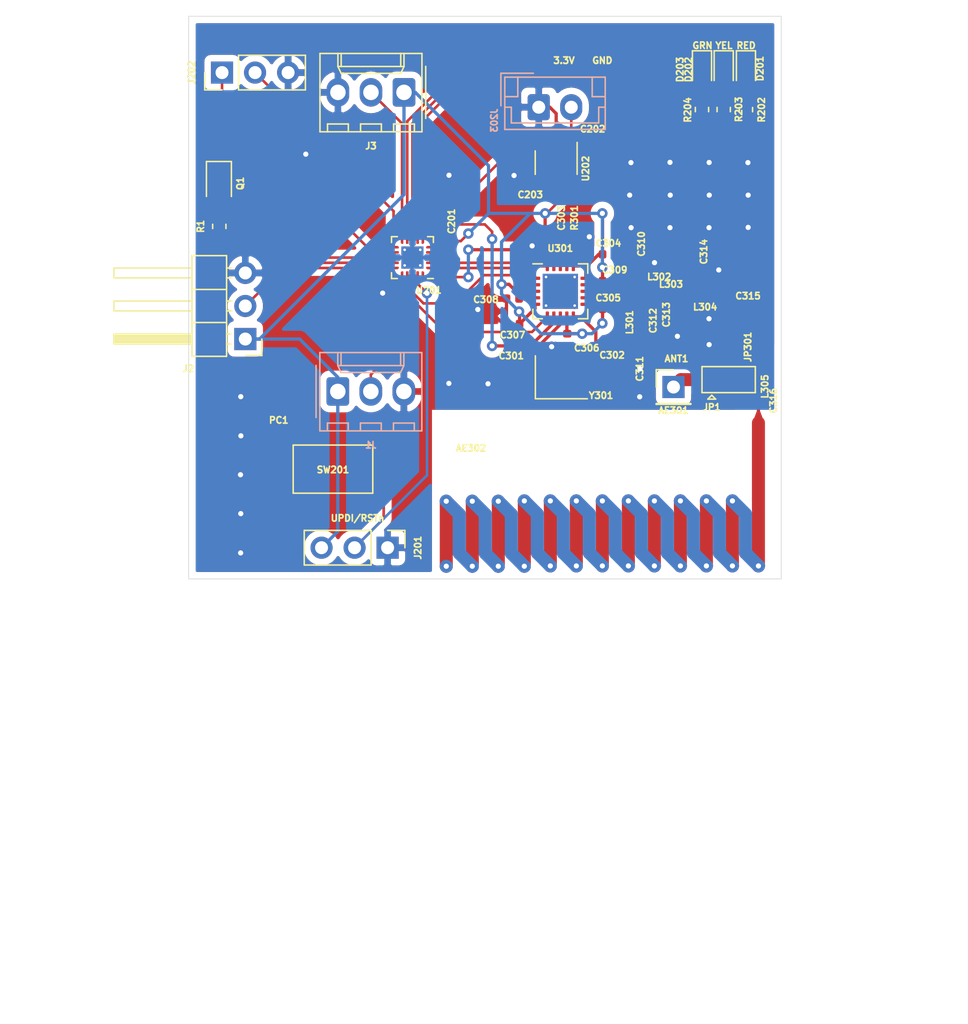
<source format=kicad_pcb>
(kicad_pcb (version 20171130) (host pcbnew 5.1.5+dfsg1-2build2)
  (layers (0 F.Cu signal) (31 B.Cu signal) (34 B.Paste user) (35 F.Paste user) (36 B.SilkS user) (37 F.SilkS user) (38 B.Mask user) (39 F.Mask user) (44 Edge.Cuts user))
  (net 0 "")
  (net 1 GND)
  (net 2 "Net-(AE301-Pad1)")
  (net 3 "Net-(AE302-Pad1)")
  (net 4 "Net-(C311-Pad1)")
  (net 5 "Net-(C312-Pad1)")
  (net 6 "Net-(C313-Pad1)")
  (net 7 "Net-(C314-Pad2)")
  (net 8 "Net-(C315-Pad2)")
  (net 9 "Net-(C316-Pad2)")
  (net 10 "Net-(D201-Pad2)")
  (net 11 "Net-(D202-Pad2)")
  (net 12 "Net-(D203-Pad2)")
  (net 13 "Net-(R301-Pad2)")
  (net 14 +3V0)
  (net 15 /ATTINY1606/PWR_MONITOR)
  (net 16 /CC110L/Q1)
  (net 17 /CC110L/Q2)
  (net 18 /CC110L/RFN)
  (net 19 /CC110L/RFP)
  (net 20 /ATTINY1606/PIR_1)
  (net 21 /ATTINY1606/PIR_2)
  (net 22 /ATTINY1606/PIR_3)
  (net 23 /ATTINY1606/RESETn_UPDI)
  (net 24 /ATTINY1606/RXD)
  (net 25 /ATTINY1606/TXD)
  (net 26 /ATTINY1606/TO_PHOTOTRANS)
  (net 27 /ATTINY1606/ALS)
  (net 28 /ATTINY1606/RED)
  (net 29 /ATTINY1606/YELLOW)
  (net 30 /ATTINY1606/GREEN)
  (net 31 /ATTINY1606/MOSI)
  (net 32 /ATTINY1606/GDO2)
  (net 33 /ATTINY1606/GDO0)
  (net 34 /ATTINY1606/SCK)
  (net 35 /ATTINY1606/MISO)
  (net 36 /ATTINY1606/CSn)
  (module Package_DFN_QFN:VQFN-20-1EP_3x3mm_P0.4mm_EP1.7x1.7mm_ThermalVias (layer F.Cu) (at 138.2 127.3 180)
    (fp_text reference U201 (at -1.26 -2.51) (layer F.SilkS) (effects (font (size 0.5 0.5) (thickness 0.125))))
    (fp_text value ATtiny1606-M)
    (pad 21 smd rect (at 0 0 180) (size 1.7 1.7) (layers B.Cu) (net 1 GND))
    (pad 21 thru_hole circle (at 0.6 0.6 180) (size 0.5 0.5) (drill 0.2) (layers *.Cu) (net 1 GND))
    (pad 21 thru_hole circle (at -0.6 0.6 180) (size 0.5 0.5) (drill 0.2) (layers *.Cu) (net 1 GND))
    (pad 21 thru_hole circle (at 0.6 -0.6 180) (size 0.5 0.5) (drill 0.2) (layers *.Cu) (net 1 GND))
    (pad 21 thru_hole circle (at -0.6 -0.6 180) (size 0.5 0.5) (drill 0.2) (layers *.Cu) (net 1 GND))
    (pad 21 smd rect (at 0 0 180) (size 1.7 1.7) (layers F.Cu F.Mask) (net 1 GND))
    (pad 20 smd custom (at -0.8 -1.45 180) (size 0.143431 0.143431) (layers F.Cu F.Paste F.Mask) (net 31 /ATTINY1606/MOSI) (options (clearance outline) (anchor circle)) (primitives (gr_poly (pts (xy -0.05 -0.35) (xy 0.05 -0.35) (xy 0.05 0.35) (xy 0.000711 0.35) (xy -0.05 0.299289)) (width 0.1))))
    (pad 19 smd roundrect (at -0.4 -1.45 180) (size 0.2 0.8) (layers F.Cu F.Paste F.Mask) (net 23 /ATTINY1606/RESETn_UPDI))
    (pad 18 smd roundrect (at 0 -1.45 180) (size 0.2 0.8) (layers F.Cu F.Paste F.Mask) (net 32 /ATTINY1606/GDO2))
    (pad 17 smd roundrect (at 0.4 -1.45 180) (size 0.2 0.8) (layers F.Cu F.Paste F.Mask) (net 33 /ATTINY1606/GDO0))
    (pad 16 smd custom (at 0.8 -1.45 180) (size 0.143431 0.143431) (layers F.Cu F.Paste F.Mask) (net 20 /ATTINY1606/PIR_1) (options (clearance outline) (anchor circle)) (primitives (gr_poly (pts (xy -0.05 -0.35) (xy 0.05 -0.35) (xy 0.05 0.299289) (xy -0.000711 0.35) (xy -0.05 0.35)) (width 0.1))))
    (pad 15 smd custom (at 1.45 -0.8 180) (size 0.143431 0.143431) (layers F.Cu F.Paste F.Mask) (net 21 /ATTINY1606/PIR_2) (options (clearance outline) (anchor circle)) (primitives (gr_poly (pts (xy -0.35 0.000711) (xy -0.299289 -0.05) (xy 0.35 -0.05) (xy 0.35 0.05) (xy -0.35 0.05)) (width 0.1))))
    (pad 14 smd roundrect (at 1.45 -0.4 180) (size 0.8 0.2) (layers F.Cu F.Paste F.Mask) (net 27 /ATTINY1606/ALS))
    (pad 13 smd roundrect (at 1.45 0 180) (size 0.8 0.2) (layers F.Cu F.Paste F.Mask) (net 26 /ATTINY1606/TO_PHOTOTRANS))
    (pad 12 smd roundrect (at 1.45 0.4 180) (size 0.8 0.2) (layers F.Cu F.Paste F.Mask) (net 25 /ATTINY1606/TXD))
    (pad 11 smd custom (at 1.45 0.8 180) (size 0.143431 0.143431) (layers F.Cu F.Paste F.Mask) (net 24 /ATTINY1606/RXD) (options (clearance outline) (anchor circle)) (primitives (gr_poly (pts (xy -0.35 -0.05) (xy 0.35 -0.05) (xy 0.35 0.05) (xy -0.299289 0.05) (xy -0.35 -0.000711)) (width 0.1))))
    (pad 10 smd custom (at 0.8 1.45 180) (size 0.143431 0.143431) (layers F.Cu F.Paste F.Mask) (net 22 /ATTINY1606/PIR_3) (options (clearance outline) (anchor circle)) (primitives (gr_poly (pts (xy -0.05 -0.35) (xy -0.000711 -0.35) (xy 0.05 -0.299289) (xy 0.05 0.35) (xy -0.05 0.35)) (width 0.1))))
    (pad 9 smd roundrect (at 0.4 1.45 180) (size 0.2 0.8) (layers F.Cu F.Paste F.Mask) (net 30 /ATTINY1606/GREEN))
    (pad 8 smd roundrect (at 0 1.45 180) (size 0.2 0.8) (layers F.Cu F.Paste F.Mask) (net 29 /ATTINY1606/YELLOW))
    (pad 7 smd roundrect (at -0.4 1.45 180) (size 0.2 0.8) (layers F.Cu F.Paste F.Mask) (net 28 /ATTINY1606/RED))
    (pad 6 smd custom (at -0.8 1.45 180) (size 0.143431 0.143431) (layers F.Cu F.Paste F.Mask) (net 15 /ATTINY1606/PWR_MONITOR) (options (clearance outline) (anchor circle)) (primitives (gr_poly (pts (xy -0.05 -0.299289) (xy 0.000711 -0.35) (xy 0.05 -0.35) (xy 0.05 0.35) (xy -0.05 0.35)) (width 0.1))))
    (pad 5 smd custom (at -1.45 0.8 180) (size 0.143431 0.143431) (layers F.Cu F.Paste F.Mask) (net 36 /ATTINY1606/CSn) (options (clearance outline) (anchor circle)) (primitives (gr_poly (pts (xy -0.35 -0.05) (xy 0.35 -0.05) (xy 0.35 -0.000711) (xy 0.299289 0.05) (xy -0.35 0.05)) (width 0.1))))
    (pad 4 smd roundrect (at -1.45 0.4 180) (size 0.8 0.2) (layers F.Cu F.Paste F.Mask) (net 14 +3V0))
    (pad 3 smd roundrect (at -1.45 0 180) (size 0.8 0.2) (layers F.Cu F.Paste F.Mask) (net 1 GND))
    (pad 2 smd roundrect (at -1.45 -0.4 180) (size 0.8 0.2) (layers F.Cu F.Paste F.Mask) (net 34 /ATTINY1606/SCK))
    (pad 1 smd custom (at -1.45 -0.8 180) (size 0.143431 0.143431) (layers F.Cu F.Paste F.Mask) (net 35 /ATTINY1606/MISO) (options (clearance outline) (anchor circle)) (primitives (gr_poly (pts (xy -0.35 -0.05) (xy 0.299289 -0.05) (xy 0.35 0.000711) (xy 0.35 0.05) (xy -0.35 0.05)) (width 0.1))))
  )
  (module Package_DFN_QFN:QFN-20-1EP_4x4mm_P0.5mm_EP2.7x2.7mm_ThermalVias (layer F.Cu) (at 149.57 129.89)
    (fp_text reference U301 (at 0 -3.3) (layer F.SilkS) (effects (font (size 0.5 0.5) (thickness 0.125))))
    (fp_text value CC110L)
    (pad 21 smd rect (at 0 0) (size 2.7 2.7) (layers B.Cu))
    (pad 21 thru_hole circle (at 1.1 1.1) (size 0.5 0.5) (drill 0.2) (layers *.Cu))
    (pad 21 thru_hole circle (at -1.1 1.1) (size 0.5 0.5) (drill 0.2) (layers *.Cu))
    (pad 21 thru_hole circle (at 1.1 -1.1) (size 0.5 0.5) (drill 0.2) (layers *.Cu))
    (pad 21 thru_hole circle (at -1.1 -1.1) (size 0.5 0.5) (drill 0.2) (layers *.Cu))
    (pad 21 smd rect (at 0 0) (size 2.7 2.7) (layers F.Cu F.Mask))
    (pad 20 smd roundrect (at -1 -1.95) (size 0.25 0.8) (layers F.Cu F.Paste F.Mask) (net 31 /ATTINY1606/MOSI))
    (pad 19 smd roundrect (at -0.5 -1.95) (size 0.25 0.8) (layers F.Cu F.Paste F.Mask) (net 1 GND))
    (pad 18 smd roundrect (at 0 -1.95) (size 0.25 0.8) (layers F.Cu F.Paste F.Mask) (net 14 +3V0))
    (pad 17 smd roundrect (at 0.5 -1.95) (size 0.25 0.8) (layers F.Cu F.Paste F.Mask) (net 13 "Net-(R301-Pad2)"))
    (pad 16 smd roundrect (at 1 -1.95) (size 0.25 0.8) (layers F.Cu F.Paste F.Mask) (net 1 GND))
    (pad 15 smd roundrect (at 1.95 -1) (size 0.8 0.25) (layers F.Cu F.Paste F.Mask) (net 14 +3V0))
    (pad 14 smd roundrect (at 1.95 -0.5) (size 0.8 0.25) (layers F.Cu F.Paste F.Mask) (net 14 +3V0))
    (pad 13 smd roundrect (at 1.95 0) (size 0.8 0.25) (layers F.Cu F.Paste F.Mask) (net 18 /CC110L/RFN))
    (pad 12 smd roundrect (at 1.95 0.5) (size 0.8 0.25) (layers F.Cu F.Paste F.Mask) (net 19 /CC110L/RFP))
    (pad 11 smd roundrect (at 1.95 1) (size 0.8 0.25) (layers F.Cu F.Paste F.Mask) (net 14 +3V0))
    (pad 10 smd roundrect (at 1 1.95) (size 0.25 0.8) (layers F.Cu F.Paste F.Mask) (net 17 /CC110L/Q2))
    (pad 9 smd roundrect (at 0.5 1.95) (size 0.25 0.8) (layers F.Cu F.Paste F.Mask) (net 14 +3V0))
    (pad 8 smd roundrect (at 0 1.95) (size 0.25 0.8) (layers F.Cu F.Paste F.Mask) (net 16 /CC110L/Q1))
    (pad 7 smd roundrect (at -0.5 1.95) (size 0.25 0.8) (layers F.Cu F.Paste F.Mask) (net 36 /ATTINY1606/CSn))
    (pad 6 smd roundrect (at -1 1.95) (size 0.25 0.8) (layers F.Cu F.Paste F.Mask) (net 33 /ATTINY1606/GDO0))
    (pad 5 smd roundrect (at -1.95 1) (size 0.8 0.25) (layers F.Cu F.Paste F.Mask) (net 14 +3V0))
    (pad 4 smd roundrect (at -1.95 0.5) (size 0.8 0.25) (layers F.Cu F.Paste F.Mask) (net 14 +3V0))
    (pad 3 smd roundrect (at -1.95 0) (size 0.8 0.25) (layers F.Cu F.Paste F.Mask) (net 32 /ATTINY1606/GDO2))
    (pad 2 smd roundrect (at -1.95 -0.5) (size 0.8 0.25) (layers F.Cu F.Paste F.Mask) (net 35 /ATTINY1606/MISO))
    (pad 1 smd roundrect (at -1.95 -1) (size 0.8 0.25) (layers F.Cu F.Paste F.Mask) (net 34 /ATTINY1606/SCK))
  )
  (module Connector_PinHeader_2.54mm:PinHeader_1x03_P2.54mm_Vertical (layer F.Cu) (at 123.56 113.08 90)
    (fp_text reference J202 (at 0 -2.33 90) (layer F.SilkS) (effects (font (size 0.5 0.5) (thickness 0.125))))
    (fp_text value Conn_01x03)
    (pad 3 thru_hole oval (at 0 5.08 90) (size 1.7 1.7) (drill 1) (layers *.Cu *.Mask) (net 1 GND))
    (pad 2 thru_hole oval (at 0 2.54 90) (size 1.7 1.7) (drill 1) (layers *.Cu *.Mask) (net 24 /ATTINY1606/RXD))
    (pad 1 thru_hole rect (at 0 0 90) (size 1.7 1.7) (drill 1) (layers *.Cu *.Mask) (net 25 /ATTINY1606/TXD))
  )
  (module Connector_PinHeader_2.54mm:PinHeader_1x03_P2.54mm_Vertical (layer F.Cu) (at 136.29 149.6 270)
    (fp_text reference J201 (at 0 -2.33 90) (layer F.SilkS) (effects (font (size 0.5 0.5) (thickness 0.125))))
    (fp_text value Conn_01x03)
    (pad 3 thru_hole oval (at 0 5.08 270) (size 1.7 1.7) (drill 1) (layers *.Cu *.Mask) (net 14 +3V0))
    (pad 2 thru_hole oval (at 0 2.54 270) (size 1.7 1.7) (drill 1) (layers *.Cu *.Mask) (net 23 /ATTINY1606/RESETn_UPDI))
    (pad 1 thru_hole rect (at 0 0 270) (size 1.7 1.7) (drill 1) (layers *.Cu *.Mask) (net 1 GND))
  )
  (module Capacitor_SMD:C_0402_1005Metric (layer F.Cu) (at 149.165 122.46 180)
    (fp_text reference C203 (at 1.905 -0.01) (layer F.SilkS) (effects (font (size 0.5 0.5) (thickness 0.125))))
    (fp_text value "0.1uF, 10V")
    (pad 2 smd roundrect (at 0.485 0 180) (size 0.59 0.64) (layers F.Cu F.Paste F.Mask) (net 1 GND))
    (pad 1 smd roundrect (at -0.485 0 180) (size 0.59 0.64) (layers F.Cu F.Paste F.Mask) (net 14 +3V0))
  )
  (module Capacitor_SMD:C_0402_1005Metric (layer F.Cu) (at 152.055 118.59)
    (fp_text reference C202 (at 0 -1.17) (layer F.SilkS) (effects (font (size 0.5 0.5) (thickness 0.125))))
    (fp_text value "0.1uF, 10V")
    (pad 2 smd roundrect (at 0.485 0) (size 0.59 0.64) (layers F.Cu F.Paste F.Mask) (net 1 GND))
    (pad 1 smd roundrect (at -0.485 0) (size 0.59 0.64) (layers F.Cu F.Paste F.Mask) (net 15 /ATTINY1606/PWR_MONITOR))
  )
  (module Connector_PinHeader_2.54mm:PinHeader_1x01_P2.54mm_Vertical (layer F.Cu) (at 158.27 137.25)
    (fp_text reference AE301 (at 0 1.8) (layer F.SilkS) (effects (font (size 0.5 0.5) (thickness 0.125))))
    (fp_text value Antenna)
    (pad 1 thru_hole rect (at 0 0) (size 1.7 1.7) (drill 1) (layers *.Cu *.Mask) (net 2 "Net-(AE301-Pad1)"))
  )
  (module Capacitor_SMD:C_0402_1005Metric (layer F.Cu) (at 146.365 135.7 180)
    (fp_text reference C301 (at 0.565 0.85) (layer F.SilkS) (effects (font (size 0.5 0.5) (thickness 0.125))))
    (fp_text value 12pF)
    (pad 2 smd roundrect (at 0.485 0 180) (size 0.59 0.64) (layers F.Cu F.Paste F.Mask) (net 1 GND))
    (pad 1 smd roundrect (at -0.485 0 180) (size 0.59 0.64) (layers F.Cu F.Paste F.Mask) (net 16 /CC110L/Q1))
  )
  (module Capacitor_SMD:C_0402_1005Metric (layer F.Cu) (at 152.785 135.7)
    (fp_text reference C302 (at 0.765 -0.9) (layer F.SilkS) (effects (font (size 0.5 0.5) (thickness 0.125))))
    (fp_text value 15pF)
    (pad 1 smd roundrect (at -0.485 0) (size 0.59 0.64) (layers F.Cu F.Paste F.Mask) (net 17 /CC110L/Q2))
    (pad 2 smd roundrect (at 0.485 0) (size 0.59 0.64) (layers F.Cu F.Paste F.Mask) (net 1 GND))
  )
  (module Capacitor_SMD:C_0402_1005Metric (layer F.Cu) (at 149.6 126.215 90)
    (fp_text reference C303 (at 1.965 0.05 90) (layer F.SilkS) (effects (font (size 0.5 0.5) (thickness 0.125))))
    (fp_text value 0.1uF)
    (pad 2 smd roundrect (at 0.485 0 90) (size 0.59 0.64) (layers F.Cu F.Paste F.Mask) (net 1 GND))
    (pad 1 smd roundrect (at -0.485 0 90) (size 0.59 0.64) (layers F.Cu F.Paste F.Mask) (net 14 +3V0))
  )
  (module Capacitor_SMD:C_0402_1005Metric (layer F.Cu) (at 153.3 127.05)
    (fp_text reference C304 (at -0.025 -0.85) (layer F.SilkS) (effects (font (size 0.5 0.5) (thickness 0.125))))
    (fp_text value 0.1uF)
    (pad 2 smd roundrect (at 0.485 0) (size 0.59 0.64) (layers F.Cu F.Paste F.Mask) (net 1 GND))
    (pad 1 smd roundrect (at -0.485 0) (size 0.59 0.64) (layers F.Cu F.Paste F.Mask) (net 14 +3V0))
  )
  (module Capacitor_SMD:C_0402_1005Metric (layer F.Cu) (at 153.3 131.25)
    (fp_text reference C305 (at -0.05 -0.85) (layer F.SilkS) (effects (font (size 0.5 0.5) (thickness 0.125))))
    (fp_text value 0.1uF)
    (pad 1 smd roundrect (at -0.485 0) (size 0.59 0.64) (layers F.Cu F.Paste F.Mask) (net 14 +3V0))
    (pad 2 smd roundrect (at 0.485 0) (size 0.59 0.64) (layers F.Cu F.Paste F.Mask) (net 1 GND))
  )
  (module Capacitor_SMD:C_0402_1005Metric (layer F.Cu) (at 150.1 133.635 270)
    (fp_text reference C306 (at 0.615 -1.5 180) (layer F.SilkS) (effects (font (size 0.5 0.5) (thickness 0.125))))
    (fp_text value 0.1uF)
    (pad 1 smd roundrect (at -0.485 0 270) (size 0.59 0.64) (layers F.Cu F.Paste F.Mask) (net 14 +3V0))
    (pad 2 smd roundrect (at 0.485 0 270) (size 0.59 0.64) (layers F.Cu F.Paste F.Mask) (net 1 GND))
  )
  (module Capacitor_SMD:C_0402_1005Metric (layer F.Cu) (at 145.95 132.4 180)
    (fp_text reference C307 (at 0.05 -0.85) (layer F.SilkS) (effects (font (size 0.5 0.5) (thickness 0.125))))
    (fp_text value 0.1uF)
    (pad 2 smd roundrect (at 0.485 0 180) (size 0.59 0.64) (layers F.Cu F.Paste F.Mask) (net 1 GND))
    (pad 1 smd roundrect (at -0.485 0 180) (size 0.59 0.64) (layers F.Cu F.Paste F.Mask) (net 14 +3V0))
  )
  (module Capacitor_SMD:C_0402_1005Metric (layer F.Cu) (at 145.915 130.45 180)
    (fp_text reference C308 (at 2.065 -0.075) (layer F.SilkS) (effects (font (size 0.5 0.5) (thickness 0.125))))
    (fp_text value 0.1uF)
    (pad 2 smd roundrect (at 0.485 0 180) (size 0.59 0.64) (layers F.Cu F.Paste F.Mask) (net 1 GND))
    (pad 1 smd roundrect (at -0.485 0 180) (size 0.59 0.64) (layers F.Cu F.Paste F.Mask) (net 14 +3V0))
  )
  (module Capacitor_SMD:C_0402_1005Metric (layer F.Cu) (at 153.3 129.1)
    (fp_text reference C309 (at 0.45 -0.85) (layer F.SilkS) (effects (font (size 0.5 0.5) (thickness 0.125))))
    (fp_text value 0.1uF)
    (pad 2 smd roundrect (at 0.485 0) (size 0.59 0.64) (layers F.Cu F.Paste F.Mask) (net 1 GND))
    (pad 1 smd roundrect (at -0.485 0) (size 0.59 0.64) (layers F.Cu F.Paste F.Mask) (net 14 +3V0))
  )
  (module Capacitor_SMD:C_0402_1005Metric (layer F.Cu) (at 155.7 128.175 270)
    (fp_text reference C310 (at -1.925 -0.1 90) (layer F.SilkS) (effects (font (size 0.5 0.5) (thickness 0.125))))
    (fp_text value 3.9pF)
    (pad 1 smd roundrect (at -0.485 0 270) (size 0.59 0.64) (layers F.Cu F.Paste F.Mask) (net 1 GND))
    (pad 2 smd roundrect (at 0.485 0 270) (size 0.59 0.64) (layers F.Cu F.Paste F.Mask) (net 18 /CC110L/RFN))
  )
  (module Capacitor_SMD:C_0402_1005Metric (layer F.Cu) (at 155.7 134.15 270)
    (fp_text reference C311 (at 1.7 0.025 90) (layer F.SilkS) (effects (font (size 0.5 0.5) (thickness 0.125))))
    (fp_text value 220pF)
    (pad 2 smd roundrect (at 0.485 0 270) (size 0.59 0.64) (layers F.Cu F.Paste F.Mask) (net 1 GND))
    (pad 1 smd roundrect (at -0.485 0 270) (size 0.59 0.64) (layers F.Cu F.Paste F.Mask) (net 4 "Net-(C311-Pad1)"))
  )
  (module Capacitor_SMD:C_0402_1005Metric (layer F.Cu) (at 156.16 130.66 180)
    (fp_text reference C312 (at -0.54 -1.49 270) (layer F.SilkS) (effects (font (size 0.5 0.5) (thickness 0.125))))
    (fp_text value 3.9pF)
    (pad 1 smd roundrect (at -0.485 0 180) (size 0.59 0.64) (layers F.Cu F.Paste F.Mask) (net 5 "Net-(C312-Pad1)"))
    (pad 2 smd roundrect (at 0.485 0 180) (size 0.59 0.64) (layers F.Cu F.Paste F.Mask) (net 19 /CC110L/RFP))
  )
  (module Capacitor_SMD:C_0402_1005Metric (layer F.Cu) (at 158.56 131.68 270)
    (fp_text reference C313 (at 0.01 0.84 90) (layer F.SilkS) (effects (font (size 0.5 0.5) (thickness 0.125))))
    (fp_text value 8.2pF)
    (pad 1 smd roundrect (at -0.485 0 270) (size 0.59 0.64) (layers F.Cu F.Paste F.Mask) (net 6 "Net-(C313-Pad1)"))
    (pad 2 smd roundrect (at 0.485 0 270) (size 0.59 0.64) (layers F.Cu F.Paste F.Mask) (net 1 GND))
  )
  (module Capacitor_SMD:C_0402_1005Metric (layer F.Cu) (at 160.52 128.74 270)
    (fp_text reference C314 (at -1.89 -0.08 90) (layer F.SilkS) (effects (font (size 0.5 0.5) (thickness 0.125))))
    (fp_text value 5.6pF)
    (pad 2 smd roundrect (at 0.485 0 270) (size 0.59 0.64) (layers F.Cu F.Paste F.Mask) (net 7 "Net-(C314-Pad2)"))
    (pad 1 smd roundrect (at -0.485 0 270) (size 0.59 0.64) (layers F.Cu F.Paste F.Mask) (net 1 GND))
  )
  (module Capacitor_SMD:C_0402_1005Metric (layer F.Cu) (at 162.02 130.2)
    (fp_text reference C315 (at 1.98 0.05) (layer F.SilkS) (effects (font (size 0.5 0.5) (thickness 0.125))))
    (fp_text value 220pF)
    (pad 2 smd roundrect (at 0.485 0) (size 0.59 0.64) (layers F.Cu F.Paste F.Mask) (net 8 "Net-(C315-Pad2)"))
    (pad 1 smd roundrect (at -0.485 0) (size 0.59 0.64) (layers F.Cu F.Paste F.Mask) (net 7 "Net-(C314-Pad2)"))
  )
  (module Capacitor_SMD:C_0402_1005Metric (layer F.Cu) (at 164.3 138.5 180)
    (fp_text reference C316 (at -1.65 0.2 90) (layer F.SilkS) (effects (font (size 0.5 0.5) (thickness 0.125))))
    (fp_text value "0.9 pF")
    (pad 1 smd roundrect (at -0.485 0 180) (size 0.59 0.64) (layers F.Cu F.Paste F.Mask) (net 3 "Net-(AE302-Pad1)"))
    (pad 2 smd roundrect (at 0.485 0 180) (size 0.59 0.64) (layers F.Cu F.Paste F.Mask) (net 9 "Net-(C316-Pad2)"))
  )
  (module Inductor_SMD:L_0402_1005Metric (layer F.Cu) (at 155.7 132.2 90)
    (fp_text reference L301 (at -0.075 -0.8 90) (layer F.SilkS) (effects (font (size 0.5 0.5) (thickness 0.125))))
    (fp_text value 27nH)
    (pad 1 smd roundrect (at -0.485 0 90) (size 0.59 0.64) (layers F.Cu F.Paste F.Mask) (net 4 "Net-(C311-Pad1)"))
    (pad 2 smd roundrect (at 0.485 0 90) (size 0.59 0.64) (layers F.Cu F.Paste F.Mask) (net 19 /CC110L/RFP))
  )
  (module Inductor_SMD:L_0402_1005Metric (layer F.Cu) (at 156.16 129.65)
    (fp_text reference L302 (at 1.01 -0.87) (layer F.SilkS) (effects (font (size 0.5 0.5) (thickness 0.125))))
    (fp_text value 27nH)
    (pad 2 smd roundrect (at 0.485 0) (size 0.59 0.64) (layers F.Cu F.Paste F.Mask) (net 5 "Net-(C312-Pad1)"))
    (pad 1 smd roundrect (at -0.485 0) (size 0.59 0.64) (layers F.Cu F.Paste F.Mask) (net 18 /CC110L/RFN))
  )
  (module Inductor_SMD:L_0402_1005Metric (layer F.Cu) (at 158.09 130.2 180)
    (fp_text reference L303 (at 0.015 0.85) (layer F.SilkS) (effects (font (size 0.5 0.5) (thickness 0.125))))
    (fp_text value 22nH)
    (pad 1 smd roundrect (at -0.485 0 180) (size 0.59 0.64) (layers F.Cu F.Paste F.Mask) (net 6 "Net-(C313-Pad1)"))
    (pad 2 smd roundrect (at 0.485 0 180) (size 0.59 0.64) (layers F.Cu F.Paste F.Mask) (net 5 "Net-(C312-Pad1)"))
  )
  (module Inductor_SMD:L_0402_1005Metric (layer F.Cu) (at 160.05 130.2 180)
    (fp_text reference L304 (at -0.65 -0.9) (layer F.SilkS) (effects (font (size 0.5 0.5) (thickness 0.125))))
    (fp_text value 27nH)
    (pad 2 smd roundrect (at 0.485 0 180) (size 0.59 0.64) (layers F.Cu F.Paste F.Mask) (net 6 "Net-(C313-Pad1)"))
    (pad 1 smd roundrect (at -0.485 0 180) (size 0.59 0.64) (layers F.Cu F.Paste F.Mask) (net 7 "Net-(C314-Pad2)"))
  )
  (module Inductor_SMD:L_0402_1005Metric (layer F.Cu) (at 165.35 135.37 90)
    (fp_text reference L305 (at -1.84 -0.05 90) (layer F.SilkS) (effects (font (size 0.5 0.5) (thickness 0.125))))
    (fp_text value 56nH)
    (pad 2 smd roundrect (at 0.485 0 90) (size 0.59 0.64) (layers F.Cu F.Paste F.Mask) (net 1 GND))
    (pad 1 smd roundrect (at -0.485 0 90) (size 0.59 0.64) (layers F.Cu F.Paste F.Mask) (net 9 "Net-(C316-Pad2)"))
  )
  (module Crystal:Crystal_SMD_3225-4Pin_3.2x2.5mm (layer F.Cu) (at 149.65 136.5)
    (fp_text reference Y301 (at 3.05 1.4) (layer F.SilkS) (effects (font (size 0.5 0.5) (thickness 0.125))))
    (fp_text value "26MHz Crystal, 10pF")
    (pad 1 smd rect (at -1.1 0.85) (size 1.4 1.2) (layers F.Cu F.Paste F.Mask) (net 16 /CC110L/Q1))
    (pad 2 smd rect (at 1.1 0.85) (size 1.4 1.2) (layers F.Cu F.Paste F.Mask) (net 1 GND))
    (pad 3 smd rect (at 1.1 -0.85) (size 1.4 1.2) (layers F.Cu F.Paste F.Mask) (net 17 /CC110L/Q2))
    (pad 4 smd rect (at -1.1 -0.85) (size 1.4 1.2) (layers F.Cu F.Paste F.Mask) (net 1 GND))
  )
  (module mylib:433MhZ_basedOn_Texas_SWRA416_868MHz_915MHz (layer F.Cu) (at 155.8 145.2 180)
    (fp_text reference AE302 (at 13.1 3.25) (layer F.SilkS) (effects (font (size 0.5 0.5) (thickness 0.125))))
    (fp_text value Antenna)
    (fp_line (start 13 -5.825) (end 13 -0.825) (layer F.Cu) (width 1))
    (fp_line (start 9 -5.825) (end 10 -4.825) (layer B.Cu) (width 1))
    (fp_line (start 10 -1.825) (end 11 -0.825) (layer B.Cu) (width 1))
    (fp_line (start 14 -4.825) (end 14 -1.825) (layer B.Cu) (width 1))
    (fp_line (start 15 -5.825) (end 15 -0.825) (layer F.Cu) (width 1))
    (fp_line (start 11 -5.825) (end 12 -4.825) (layer B.Cu) (width 1))
    (fp_line (start 12 -4.825) (end 12 -1.825) (layer B.Cu) (width 1))
    (fp_line (start 12 -1.825) (end 13 -0.825) (layer B.Cu) (width 1))
    (fp_line (start 14 -1.825) (end 15 -0.825) (layer B.Cu) (width 1))
    (fp_line (start 11 -5.825) (end 11 -0.825) (layer F.Cu) (width 1))
    (fp_line (start 13 -5.825) (end 14 -4.825) (layer B.Cu) (width 1))
    (fp_line (start 10 -4.825) (end 10 -1.825) (layer B.Cu) (width 1))
    (fp_line (start 7 -5.8) (end 8 -4.8) (layer B.Cu) (width 1))
    (fp_line (start 8 -1.8) (end 9 -0.8) (layer B.Cu) (width 1))
    (fp_line (start 8 -4.8) (end 8 -1.8) (layer B.Cu) (width 1))
    (fp_line (start 9 -5.8) (end 9 -0.8) (layer F.Cu) (width 1))
    (fp_line (start 5 -5.8) (end 6 -4.8) (layer B.Cu) (width 1))
    (fp_line (start 6 -1.8) (end 7 -0.8) (layer B.Cu) (width 1))
    (fp_line (start 6 -4.8) (end 6 -1.8) (layer B.Cu) (width 1))
    (fp_line (start 7 -5.8) (end 7 -0.8) (layer F.Cu) (width 1))
    (fp_line (start 3 -5.8) (end 4 -4.8) (layer B.Cu) (width 1))
    (fp_line (start 4 -1.8) (end 5 -0.8) (layer B.Cu) (width 1))
    (fp_line (start 4 -4.8) (end 4 -1.8) (layer B.Cu) (width 1))
    (fp_line (start 5 -5.8) (end 5 -0.8) (layer F.Cu) (width 1))
    (fp_line (start 1 -5.8) (end 2 -4.8) (layer B.Cu) (width 1))
    (fp_line (start 2 -1.8) (end 3 -0.8) (layer B.Cu) (width 1))
    (fp_line (start 2 -4.8) (end 2 -1.8) (layer B.Cu) (width 1))
    (fp_line (start 3 -5.8) (end 3 -0.8) (layer F.Cu) (width 1))
    (fp_line (start -1 -5.8) (end 0 -4.8) (layer B.Cu) (width 1))
    (fp_line (start 0 -1.8) (end 1 -0.8) (layer B.Cu) (width 1))
    (fp_line (start 0 -4.8) (end 0 -1.8) (layer B.Cu) (width 1))
    (fp_line (start 1 -5.8) (end 1 -0.8) (layer F.Cu) (width 1))
    (fp_line (start -3 -5.8) (end -2 -4.8) (layer B.Cu) (width 1))
    (fp_line (start -2 -1.8) (end -1 -0.8) (layer B.Cu) (width 1))
    (fp_line (start -2 -4.8) (end -2 -1.8) (layer B.Cu) (width 1))
    (fp_line (start -1 -5.8) (end -1 -0.8) (layer F.Cu) (width 1))
    (fp_line (start -4 -4.8) (end -4 -1.8) (layer B.Cu) (width 1))
    (fp_line (start -5 -5.8) (end -4 -4.8) (layer B.Cu) (width 1))
    (fp_line (start -4 -1.8) (end -3 -0.8) (layer B.Cu) (width 1))
    (fp_line (start -3 -5.8) (end -3 -0.8) (layer F.Cu) (width 1))
    (fp_line (start -6 -4.8) (end -6 -1.8) (layer B.Cu) (width 1))
    (fp_line (start -7 -5.8) (end -6 -4.8) (layer B.Cu) (width 1))
    (fp_line (start -6 -1.8) (end -5 -0.8) (layer B.Cu) (width 1))
    (fp_line (start -5 -5.8) (end -5 -0.8) (layer F.Cu) (width 1))
    (fp_line (start -7 -5.8) (end -7 -0.8) (layer F.Cu) (width 1))
    (fp_line (start -9 5.2) (end -9 -5.8) (layer F.Cu) (width 1))
    (fp_line (start -9 -5.8) (end -8 -4.8) (layer B.Cu) (width 1))
    (fp_line (start -8 -4.8) (end -8 -1.8) (layer B.Cu) (width 1))
    (fp_line (start -8 -1.8) (end -7 -0.8) (layer B.Cu) (width 1))
    (pad "" thru_hole circle (at 15 -5.825) (size 1 1) (drill 0.4) (layers *.Cu))
    (pad "" thru_hole circle (at 9 -5.825) (size 1 1) (drill 0.4) (layers *.Cu))
    (pad "" thru_hole circle (at 13 -0.825) (size 1 1) (drill 0.4) (layers *.Cu))
    (pad "" thru_hole circle (at 15 -0.825) (size 1 1) (drill 0.4) (layers *.Cu))
    (pad "" thru_hole circle (at 13 -5.825) (size 1 1) (drill 0.4) (layers *.Cu))
    (pad "" thru_hole circle (at 11 -5.825) (size 1 1) (drill 0.4) (layers *.Cu))
    (pad "" thru_hole circle (at 11 -0.825) (size 1 1) (drill 0.4) (layers *.Cu))
    (pad "" thru_hole circle (at 9 -0.8) (size 1 1) (drill 0.4) (layers *.Cu))
    (pad "" thru_hole circle (at 7 -5.8) (size 1 1) (drill 0.4) (layers *.Cu))
    (pad "" thru_hole circle (at 7 -0.8) (size 1 1) (drill 0.4) (layers *.Cu))
    (pad "" thru_hole circle (at 5 -0.8) (size 1 1) (drill 0.4) (layers *.Cu))
    (pad "" thru_hole circle (at 5 -5.8) (size 1 1) (drill 0.4) (layers *.Cu))
    (pad "" thru_hole circle (at 3 -0.8) (size 1 1) (drill 0.4) (layers *.Cu))
    (pad "" thru_hole circle (at 3 -5.8) (size 1 1) (drill 0.4) (layers *.Cu))
    (pad "" thru_hole circle (at 1 -5.8) (size 1 1) (drill 0.4) (layers *.Cu))
    (pad "" thru_hole circle (at 1 -0.8) (size 1 1) (drill 0.4) (layers *.Cu))
    (pad "" thru_hole circle (at -1 -0.8) (size 1 1) (drill 0.4) (layers *.Cu))
    (pad "" thru_hole circle (at -1 -5.8) (size 1 1) (drill 0.4) (layers *.Cu))
    (pad "" thru_hole circle (at -3 -5.8) (size 1 1) (drill 0.4) (layers *.Cu))
    (pad "" thru_hole circle (at -3 -0.8) (size 1 1) (drill 0.4) (layers *.Cu))
    (pad "" thru_hole circle (at -5 -0.8) (size 1 1) (drill 0.4) (layers *.Cu))
    (pad "" thru_hole circle (at -5 -5.8) (size 1 1) (drill 0.4) (layers *.Cu))
    (pad "" thru_hole circle (at -7 -5.8) (size 1 1) (drill 0.4) (layers *.Cu))
    (pad "" thru_hole circle (at -7 -0.8) (size 1 1) (drill 0.4) (layers *.Cu))
    (pad "" thru_hole circle (at -9 -5.8) (size 1 1) (drill 0.4) (layers *.Cu))
    (pad 1 smd trapezoid (at -9 5.9) (size 0.4 0.8) (rect_delta 0 0.3) (layers F.Cu) (net 3 "Net-(AE302-Pad1)"))
  )
  (module Jumper:SolderJumper-3_P1.3mm_Open_Pad1.0x1.5mm (layer F.Cu) (at 162.51 136.68)
    (fp_text reference JP301 (at 1.48 -2.51 90) (layer F.SilkS) (effects (font (size 0.5 0.5) (thickness 0.125))))
    (fp_text value Jumper_3_Open)
    (pad 3 smd rect (at 1.3 0) (size 1 1.5) (layers F.Cu F.Mask) (net 9 "Net-(C316-Pad2)"))
    (pad 2 smd rect (at 0 0) (size 1 1.5) (layers F.Cu F.Mask) (net 8 "Net-(C315-Pad2)"))
    (pad 1 smd rect (at -1.3 0) (size 1 1.5) (layers F.Cu F.Mask) (net 2 "Net-(AE301-Pad1)"))
  )
  (module Capacitor_SMD:C_0402_1005Metric (layer F.Cu) (at 141.15 126.515 270)
    (fp_text reference C201 (at -2.005 -0.055 270) (layer F.SilkS) (effects (font (size 0.5 0.5) (thickness 0.125))))
    (fp_text value "0.1uF, 10V")
    (pad 1 smd roundrect (at -0.485 0 270) (size 0.59 0.64) (layers F.Cu F.Paste F.Mask) (net 14 +3V0))
    (pad 2 smd roundrect (at 0.485 0 270) (size 0.59 0.64) (layers F.Cu F.Paste F.Mask) (net 1 GND))
  )
  (module LED_SMD:LED_0603_1608Metric (layer F.Cu) (at 163.84 112.8875 270)
    (fp_text reference D201 (at -0.1125 -1.085 90) (layer F.SilkS) (effects (font (size 0.5 0.5) (thickness 0.125))))
    (fp_text value LED_RED)
    (pad 2 smd roundrect (at 0.7875 0 270) (size 0.875 0.95) (layers F.Cu F.Paste F.Mask) (net 10 "Net-(D201-Pad2)"))
    (pad 1 smd roundrect (at -0.7875 0 270) (size 0.875 0.95) (layers F.Cu F.Paste F.Mask) (net 1 GND))
  )
  (module LED_SMD:LED_0603_1608Metric (layer F.Cu) (at 162.13 112.8875 270)
    (fp_text reference D202 (at -0.0375 2.705 90) (layer F.SilkS) (effects (font (size 0.5 0.5) (thickness 0.125))))
    (fp_text value LED_YELLOW)
    (pad 1 smd roundrect (at -0.7875 0 270) (size 0.875 0.95) (layers F.Cu F.Paste F.Mask) (net 1 GND))
    (pad 2 smd roundrect (at 0.7875 0 270) (size 0.875 0.95) (layers F.Cu F.Paste F.Mask) (net 11 "Net-(D202-Pad2)"))
  )
  (module LED_SMD:LED_0603_1608Metric (layer F.Cu) (at 160.46 112.8875 270)
    (fp_text reference D203 (at -0.0375 1.685 90) (layer F.SilkS) (effects (font (size 0.5 0.5) (thickness 0.125))))
    (fp_text value LED_GREEN)
    (pad 2 smd roundrect (at 0.7875 0 270) (size 0.875 0.95) (layers F.Cu F.Paste F.Mask) (net 12 "Net-(D203-Pad2)"))
    (pad 1 smd roundrect (at -0.7875 0 270) (size 0.875 0.95) (layers F.Cu F.Paste F.Mask) (net 1 GND))
  )
  (module Resistor_SMD:R_0402_1005Metric (layer F.Cu) (at 150.65 126.2 270)
    (fp_text reference R301 (at -1.95 0 90) (layer F.SilkS) (effects (font (size 0.5 0.5) (thickness 0.125))))
    (fp_text value 56K)
    (pad 1 smd roundrect (at -0.485 0 270) (size 0.59 0.64) (layers F.Cu F.Paste F.Mask) (net 1 GND))
    (pad 2 smd roundrect (at 0.485 0 270) (size 0.59 0.64) (layers F.Cu F.Paste F.Mask) (net 13 "Net-(R301-Pad2)"))
  )
  (module Resistor_SMD:R_0603_1608Metric (layer F.Cu) (at 163.84 115.9275 90)
    (fp_text reference R202 (at -0.0125 1.2 90) (layer F.SilkS) (effects (font (size 0.5 0.5) (thickness 0.125))))
    (fp_text value 2.2K)
    (pad 2 smd roundrect (at 0.7875 0 90) (size 0.875 0.95) (layers F.Cu F.Paste F.Mask) (net 10 "Net-(D201-Pad2)"))
    (pad 1 smd roundrect (at -0.7875 0 90) (size 0.875 0.95) (layers F.Cu F.Paste F.Mask) (net 28 /ATTINY1606/RED))
  )
  (module Resistor_SMD:R_0603_1608Metric (layer F.Cu) (at 162.13 115.92 90)
    (fp_text reference R203 (at 0.01 1.16 90) (layer F.SilkS) (effects (font (size 0.5 0.5) (thickness 0.125))))
    (fp_text value 2.2K)
    (pad 2 smd roundrect (at 0.7875 0 90) (size 0.875 0.95) (layers F.Cu F.Paste F.Mask) (net 11 "Net-(D202-Pad2)"))
    (pad 1 smd roundrect (at -0.7875 0 90) (size 0.875 0.95) (layers F.Cu F.Paste F.Mask) (net 29 /ATTINY1606/YELLOW))
  )
  (module Resistor_SMD:R_0603_1608Metric (layer F.Cu) (at 160.46 115.92 90)
    (fp_text reference R204 (at -0.03 -1.095 90) (layer F.SilkS) (effects (font (size 0.5 0.5) (thickness 0.125))))
    (fp_text value 2.2K)
    (pad 1 smd roundrect (at -0.7875 0 90) (size 0.875 0.95) (layers F.Cu F.Paste F.Mask) (net 30 /ATTINY1606/GREEN))
    (pad 2 smd roundrect (at 0.7875 0 90) (size 0.875 0.95) (layers F.Cu F.Paste F.Mask) (net 12 "Net-(D203-Pad2)"))
  )
  (module Connector_PinHeader_2.54mm:PinHeader_1x03_P2.54mm_Horizontal (layer F.Cu) (at 125.35 133.56 180)
    (fp_text reference J2 (at 4.385 -2.27) (layer F.SilkS) (effects (font (size 0.5 0.5) (thickness 0.125))))
    (fp_text value 171857-0003)
    (pad 1 thru_hole rect (at 0 0 180) (size 1.7 1.7) (drill 1) (layers *.Cu *.Mask) (net 14 +3V0))
    (pad 2 thru_hole oval (at 0 2.54 180) (size 1.7 1.7) (drill 1) (layers *.Cu *.Mask) (net 21 /ATTINY1606/PIR_2))
    (pad 3 thru_hole oval (at 0 5.08 180) (size 1.7 1.7) (drill 1) (layers *.Cu *.Mask) (net 1 GND))
  )
  (module Connector_JST:JST_EH_B2B-EH-A_1x02_P2.50mm_Vertical (layer B.Cu) (at 147.91 115.74)
    (fp_text reference J203 (at -3.42 1.02 -90) (layer B.SilkS) (effects (font (size 0.5 0.5) (thickness 0.125)) (justify mirror)))
    (fp_text value Conn_01x02)
    (pad 1 thru_hole roundrect (at 0 0) (size 1.7 2) (drill 1) (layers *.Cu *.Mask) (roundrect_rratio 0.147059) (net 1 GND))
    (pad 2 thru_hole oval (at 2.5 0) (size 1.7 2) (drill 1) (layers *.Cu *.Mask) (net 15 /ATTINY1606/PWR_MONITOR))
  )
  (module LED_SMD:LED_0805_2012Metric (layer F.Cu) (at 123.32 121.6 270)
    (fp_text reference Q1 (at 0 -1.65 90) (layer F.SilkS) (effects (font (size 0.5 0.5) (thickness 0.125))))
    (fp_text value SFH_3711)
    (pad 1 smd roundrect (at -0.9375 0 270) (size 0.975 1.4) (layers F.Cu F.Paste F.Mask) (net 26 /ATTINY1606/TO_PHOTOTRANS))
    (pad 2 smd roundrect (at 0.9375 0 270) (size 0.975 1.4) (layers F.Cu F.Paste F.Mask) (net 27 /ATTINY1606/ALS))
  )
  (module Button_Switch_SMD:SW_SPST_CK_RS282G05A3 (layer F.Cu) (at 132.09 143.56 180)
    (fp_text reference SW201 (at 0 -0.05 180) (layer F.SilkS) (effects (font (size 0.5 0.5) (thickness 0.125))))
    (fp_text value SW_Push)
    (pad 1 smd rect (at -3.9 0 180) (size 1.5 1.5) (layers F.Cu F.Paste F.Mask) (net 23 /ATTINY1606/RESETn_UPDI))
    (pad 2 smd rect (at 3.9 0 180) (size 1.5 1.5) (layers F.Cu F.Paste F.Mask) (net 1 GND))
  )
  (module Package_TO_SOT_SMD:SOT-23-5 (layer F.Cu) (at 149.25 120 270)
    (fp_text reference U202 (at 0.46 -2.27 90) (layer F.SilkS) (effects (font (size 0.5 0.5) (thickness 0.125))))
    (fp_text value AP7351D-30W5-7)
    (pad 1 smd rect (at -1.1 -0.95 270) (size 1.06 0.65) (layers F.Cu F.Paste F.Mask) (net 15 /ATTINY1606/PWR_MONITOR))
    (pad 2 smd rect (at -1.1 0 270) (size 1.06 0.65) (layers F.Cu F.Paste F.Mask) (net 1 GND))
    (pad 3 smd rect (at -1.1 0.95 270) (size 1.06 0.65) (layers F.Cu F.Paste F.Mask) (net 15 /ATTINY1606/PWR_MONITOR))
    (pad 4 smd rect (at 1.1 0.95 270) (size 1.06 0.65) (layers F.Cu F.Paste F.Mask) (net 1 GND))
    (pad 5 smd rect (at 1.1 -0.95 270) (size 1.06 0.65) (layers F.Cu F.Paste F.Mask) (net 14 +3V0))
  )
  (module Resistor_SMD:R_0603_1608Metric (layer F.Cu) (at 123.35 124.9025 90)
    (fp_text reference R1 (at 0 -1.43 90) (layer F.SilkS) (effects (font (size 0.5 0.5) (thickness 0.125))))
    (fp_text value 2.7K)
    (pad 1 smd roundrect (at -0.7875 0 90) (size 0.875 0.95) (layers F.Cu F.Paste F.Mask) (net 1 GND))
    (pad 2 smd roundrect (at 0.7875 0 90) (size 0.875 0.95) (layers F.Cu F.Paste F.Mask) (net 27 /ATTINY1606/ALS))
  )
  (module Connector_Molex:Molex_KK-254_AE-6410-03A_1x03_P2.54mm_Vertical (layer B.Cu) (at 132.46 137.59)
    (fp_text reference J1 (at 2.54 4.12) (layer B.SilkS) (effects (font (size 0.5 0.5) (thickness 0.125)) (justify mirror)))
    (fp_text value 171856-0003)
    (pad 1 thru_hole roundrect (at 0 0) (size 1.74 2.19) (drill 1.19) (layers *.Cu *.Mask) (roundrect_rratio 0.143678) (net 14 +3V0))
    (pad 2 thru_hole oval (at 2.54 0) (size 1.74 2.19) (drill 1.19) (layers *.Cu *.Mask) (net 20 /ATTINY1606/PIR_1))
    (pad 3 thru_hole oval (at 5.08 0) (size 1.74 2.19) (drill 1.19) (layers *.Cu *.Mask) (net 1 GND))
  )
  (module Connector_Molex:Molex_KK-254_AE-6410-03A_1x03_P2.54mm_Vertical (layer F.Cu) (at 137.55 114.6 180)
    (fp_text reference J3 (at 2.54 -4.12) (layer F.SilkS) (effects (font (size 0.5 0.5) (thickness 0.125))))
    (fp_text value 171856-0003)
    (pad 3 thru_hole oval (at 5.08 0 180) (size 1.74 2.19) (drill 1.19) (layers *.Cu *.Mask) (net 1 GND))
    (pad 2 thru_hole oval (at 2.54 0 180) (size 1.74 2.19) (drill 1.19) (layers *.Cu *.Mask) (net 22 /ATTINY1606/PIR_3))
    (pad 1 thru_hole roundrect (at 0 0 180) (size 1.74 2.19) (drill 1.19) (layers *.Cu *.Mask) (roundrect_rratio 0.143678) (net 14 +3V0))
  )
  (gr_text JP1 (at 161.22 138.8) (layer F.SilkS) (effects (font (size 0.5 0.5) (thickness 0.125))))
  (gr_text GRN (at 160.5 111) (layer F.SilkS) (effects (font (size 0.5 0.5) (thickness 0.125))))
  (gr_text YEL (at 162.15 111) (layer F.SilkS) (effects (font (size 0.5 0.5) (thickness 0.125))))
  (gr_text RED (at 163.85 111) (layer F.SilkS) (effects (font (size 0.5 0.5) (thickness 0.125))))
  (gr_line (start 121 108.75) (end 121 152) (layer Edge.Cuts) (width 0.05))
  (gr_text ANT1 (at 158.5 135.075) (layer F.SilkS) (effects (font (size 0.5 0.5) (thickness 0.125))))
  (gr_text GND (at 152.8 112.15) (layer F.SilkS) (effects (font (size 0.5 0.5) (thickness 0.125))))
  (gr_text 3.3V (at 149.85 112.15) (layer F.SilkS) (effects (font (size 0.5 0.5) (thickness 0.125))))
  (gr_text UPDI/RSTn (at 133.98 147.33) (layer F.SilkS) (effects (font (size 0.5 0.5) (thickness 0.125))))
  (gr_text PC1 (at 127.92 139.8) (layer F.SilkS) (effects (font (size 0.5 0.5) (thickness 0.125))))
  (gr_line (start 166.55 152) (end 121 152) (layer Edge.Cuts) (width 0.05))
  (gr_line (start 166.55 108.75) (end 166.55 152) (layer Edge.Cuts) (width 0.05))
  (gr_line (start 121 108.75) (end 166.55 108.75) (layer Edge.Cuts) (width 0.05))
  (via (at 148.9 134.15) (size 0.8) (drill 0.4) (layers F.Cu B.Cu) (net 1))
  (segment (start 148.55 134.5) (end 148.9 134.15) (width 0.25) (layer F.Cu) (net 1))
  (segment (start 148.55 135.65) (end 148.55 134.5) (width 0.25) (layer F.Cu) (net 1))
  (segment (start 150.575001 127.945001) (end 150.575001 127.924999) (width 0.25) (layer F.Cu) (net 1))
  (via (at 147.4 126.4) (size 0.8) (drill 0.4) (layers F.Cu B.Cu) (net 1))
  (segment (start 147.978022 126.4) (end 147.4 126.4) (width 0.25) (layer F.Cu) (net 1))
  (segment (start 149.075001 127.496979) (end 147.978022 126.4) (width 0.25) (layer F.Cu) (net 1))
  (segment (start 149.075001 127.945001) (end 149.075001 127.496979) (width 0.25) (layer F.Cu) (net 1))
  (via (at 151.8 125.7) (size 0.8) (drill 0.4) (layers F.Cu B.Cu) (net 1))
  (segment (start 151.8 126.720002) (end 151.8 125.7) (width 0.25) (layer F.Cu) (net 1))
  (segment (start 150.575001 127.945001) (end 150.988589 127.945001) (width 0.25) (layer F.Cu) (net 1))
  (segment (start 151.8 127.13359) (end 151.8 126.720002) (width 0.25) (layer F.Cu) (net 1))
  (segment (start 150.988589 127.945001) (end 151.8 127.13359) (width 0.25) (layer F.Cu) (net 1))
  (via (at 161.02 122.5) (size 0.8) (drill 0.4) (layers F.Cu B.Cu) (net 1))
  (via (at 158.02 122.5) (size 0.8) (drill 0.4) (layers F.Cu B.Cu) (net 1))
  (via (at 158 125) (size 0.8) (drill 0.4) (layers F.Cu B.Cu) (net 1))
  (via (at 161 125) (size 0.8) (drill 0.4) (layers F.Cu B.Cu) (net 1))
  (via (at 164.01 122.5) (size 0.8) (drill 0.4) (layers F.Cu B.Cu) (net 1))
  (via (at 164.01 124.98) (size 0.8) (drill 0.4) (layers F.Cu B.Cu) (net 1))
  (via (at 154.9 122.5) (size 0.8) (drill 0.4) (layers F.Cu B.Cu) (net 1))
  (via (at 155.01 125) (size 0.8) (drill 0.4) (layers F.Cu B.Cu) (net 1))
  (via (at 156.81 127.69) (size 0.8) (drill 0.4) (layers F.Cu B.Cu) (net 1))
  (segment (start 145.465 132.4) (end 145.45 132.4) (width 0.25) (layer F.Cu) (net 1))
  (segment (start 145.465 132.4) (end 145.35 132.4) (width 0.25) (layer F.Cu) (net 1))
  (via (at 135.91 130.03) (size 0.8) (drill 0.4) (layers F.Cu B.Cu) (net 1))
  (via (at 143.225 131.289999) (size 0.8) (drill 0.4) (layers F.Cu B.Cu) (net 1))
  (segment (start 143.790685 131.289999) (end 143.225 131.289999) (width 0.25) (layer F.Cu) (net 1))
  (segment (start 144.059999 131.289999) (end 143.790685 131.289999) (width 0.25) (layer F.Cu) (net 1))
  (segment (start 145.17 132.4) (end 144.059999 131.289999) (width 0.25) (layer F.Cu) (net 1))
  (segment (start 145.465 132.4) (end 145.17 132.4) (width 0.25) (layer F.Cu) (net 1))
  (segment (start 145.43 132.365) (end 145.465 132.4) (width 0.25) (layer F.Cu) (net 1))
  (segment (start 145.43 130.45) (end 145.43 132.365) (width 0.25) (layer F.Cu) (net 1))
  (via (at 155.69 135.85) (size 0.8) (drill 0.4) (layers F.Cu B.Cu) (net 1))
  (via (at 158.57 133.35) (size 0.8) (drill 0.4) (layers F.Cu B.Cu) (net 1))
  (via (at 161 132) (size 0.8) (drill 0.4) (layers F.Cu B.Cu) (net 1))
  (via (at 161.01 133.99) (size 0.8) (drill 0.4) (layers F.Cu B.Cu) (net 1))
  (via (at 155.67 138) (size 0.8) (drill 0.4) (layers F.Cu B.Cu) (net 1))
  (segment (start 140.85 127.3) (end 141.15 127) (width 0.2) (layer F.Cu) (net 1))
  (segment (start 139.65 127.3) (end 140.85 127.3) (width 0.2) (layer F.Cu) (net 1))
  (segment (start 139.65 127.3) (end 138.2 127.3) (width 0.2) (layer F.Cu) (net 1))
  (segment (start 138.2 127.3) (end 136.67 127.3) (width 0.25) (layer B.Cu) (net 1))
  (segment (start 136.67 127.3) (end 139.75 127.3) (width 0.25) (layer B.Cu) (net 1))
  (segment (start 138.2 126.2) (end 138.16 126.16) (width 0.25) (layer B.Cu) (net 1))
  (segment (start 138.2 127.3) (end 138.2 126.2) (width 0.25) (layer B.Cu) (net 1))
  (segment (start 138.16 126.16) (end 138.16 128.64) (width 0.25) (layer B.Cu) (net 1))
  (segment (start 149.25 118.12) (end 149.25 118.9) (width 0.25) (layer F.Cu) (net 1))
  (segment (start 147.91 115.74) (end 148.76 115.74) (width 0.25) (layer F.Cu) (net 1))
  (segment (start 149.25 116.23) (end 149.25 118.12) (width 0.25) (layer F.Cu) (net 1))
  (segment (start 148.76 115.74) (end 149.25 116.23) (width 0.25) (layer F.Cu) (net 1))
  (via (at 161.75 128.25) (size 0.8) (drill 0.4) (layers F.Cu B.Cu) (net 1))
  (via (at 130 119.35) (size 0.8) (drill 0.4) (layers F.Cu B.Cu) (net 1))
  (via (at 124.99 150) (size 0.8) (drill 0.4) (layers F.Cu B.Cu) (net 1))
  (via (at 125 146.98) (size 0.8) (drill 0.4) (layers F.Cu B.Cu) (net 1))
  (via (at 124.98 143.99) (size 0.8) (drill 0.4) (layers F.Cu B.Cu) (net 1))
  (via (at 125.01 141) (size 0.8) (drill 0.4) (layers F.Cu B.Cu) (net 1))
  (via (at 125 137.99) (size 0.8) (drill 0.4) (layers F.Cu B.Cu) (net 1))
  (via (at 141 136.97) (size 0.8) (drill 0.4) (layers F.Cu B.Cu) (net 1))
  (via (at 144.01 137) (size 0.8) (drill 0.4) (layers F.Cu B.Cu) (net 1))
  (via (at 163.99 120) (size 0.8) (drill 0.4) (layers F.Cu B.Cu) (net 1))
  (via (at 161.01 119.99) (size 0.8) (drill 0.4) (layers F.Cu B.Cu) (net 1))
  (via (at 158 119.98) (size 0.8) (drill 0.4) (layers F.Cu B.Cu) (net 1))
  (via (at 155 120) (size 0.8) (drill 0.4) (layers F.Cu B.Cu) (net 1))
  (via (at 146.01 120.99) (size 0.8) (drill 0.4) (layers F.Cu B.Cu) (net 1))
  (via (at 141.01 120.97) (size 0.8) (drill 0.4) (layers F.Cu B.Cu) (net 1))
  (segment (start 158.84 136.68) (end 158.27 137.25) (width 1) (layer F.Cu) (net 2))
  (segment (start 161.22 136.68) (end 158.84 136.68) (width 1) (layer F.Cu) (net 2))
  (segment (start 164.8 138.5) (end 164.8 139.07999) (width 0.25) (layer F.Cu) (net 3))
  (segment (start 155.7 132.685) (end 155.7 133.665) (width 0.25) (layer F.Cu) (net 4))
  (segment (start 156.71 130.2) (end 156.64 130.13) (width 0.25) (layer F.Cu) (net 5))
  (segment (start 156.64 130.13) (end 156.645 130.66) (width 0.25) (layer F.Cu) (net 5))
  (segment (start 157.605 130.2) (end 156.71 130.2) (width 0.25) (layer F.Cu) (net 5))
  (segment (start 156.645 129.65) (end 156.64 130.13) (width 0.25) (layer F.Cu) (net 5))
  (segment (start 158.575 131.18) (end 158.56 131.195) (width 0.25) (layer F.Cu) (net 6))
  (segment (start 158.575 130.2) (end 158.575 131.18) (width 0.25) (layer F.Cu) (net 6))
  (segment (start 158.575 130.2) (end 159.565 130.2) (width 0.25) (layer F.Cu) (net 6))
  (segment (start 160.52 130.185) (end 160.535 130.2) (width 0.25) (layer F.Cu) (net 7))
  (segment (start 160.52 129.225) (end 160.52 130.185) (width 0.25) (layer F.Cu) (net 7))
  (segment (start 160.535 130.2) (end 161.535 130.2) (width 0.25) (layer F.Cu) (net 7))
  (segment (start 162.5 130.525) (end 162.5 131.45) (width 0.25) (layer F.Cu) (net 8))
  (segment (start 162.505 130.52) (end 162.5 130.525) (width 0.25) (layer F.Cu) (net 8))
  (segment (start 162.505 130.2) (end 162.505 130.52) (width 0.25) (layer F.Cu) (net 8))
  (segment (start 162.51 131.46) (end 162.5 131.45) (width 1) (layer F.Cu) (net 8))
  (segment (start 162.51 136.68) (end 162.51 131.46) (width 1) (layer F.Cu) (net 8))
  (segment (start 163.82 138.455) (end 163.81 138.465) (width 0.25) (layer F.Cu) (net 9))
  (segment (start 163.82 136.68) (end 163.82 138.455) (width 0.25) (layer F.Cu) (net 9))
  (segment (start 164.635 135.855) (end 163.81 136.68) (width 0.25) (layer F.Cu) (net 9))
  (segment (start 165.35 135.855) (end 164.635 135.855) (width 0.25) (layer F.Cu) (net 9))
  (segment (start 163.84 113.675) (end 163.84 115.14) (width 0.25) (layer F.Cu) (net 10))
  (segment (start 162.13 113.675) (end 162.13 115.1325) (width 0.25) (layer F.Cu) (net 11))
  (segment (start 160.46 115.1225) (end 160.47 115.1325) (width 0.25) (layer F.Cu) (net 12))
  (segment (start 160.46 113.675) (end 160.46 115.1225) (width 0.25) (layer F.Cu) (net 12))
  (segment (start 150.07 127.265) (end 150.07 127.94) (width 0.25) (layer F.Cu) (net 13))
  (segment (start 150.65 126.685) (end 150.07 127.265) (width 0.25) (layer F.Cu) (net 13))
  (segment (start 147.620002 130.4) (end 147.625001 130.395001) (width 0.25) (layer F.Cu) (net 14))
  (segment (start 150.075001 133.125001) (end 150.1 133.15) (width 0.25) (layer F.Cu) (net 14))
  (segment (start 150.075001 131.845001) (end 150.075001 133.125001) (width 0.25) (layer F.Cu) (net 14))
  (segment (start 152.460001 130.895001) (end 152.815 131.25) (width 0.25) (layer F.Cu) (net 14))
  (segment (start 151.525001 130.895001) (end 152.460001 130.895001) (width 0.25) (layer F.Cu) (net 14))
  (segment (start 152.519999 129.395001) (end 152.815 129.1) (width 0.25) (layer F.Cu) (net 14))
  (segment (start 151.525001 129.395001) (end 152.519999 129.395001) (width 0.25) (layer F.Cu) (net 14))
  (segment (start 152.52 127.05) (end 152.815 127.05) (width 0.25) (layer F.Cu) (net 14))
  (segment (start 151.525001 128.044999) (end 152.52 127.05) (width 0.25) (layer F.Cu) (net 14))
  (segment (start 151.525001 128.895001) (end 151.525001 128.044999) (width 0.25) (layer F.Cu) (net 14))
  (segment (start 149.575001 126.724999) (end 149.6 126.7) (width 0.25) (layer F.Cu) (net 14))
  (segment (start 149.575001 127.945001) (end 149.575001 126.724999) (width 0.25) (layer F.Cu) (net 14))
  (via (at 152.8 132.35) (size 0.8) (drill 0.4) (layers F.Cu B.Cu) (net 14))
  (segment (start 152.815 132.335) (end 152.8 132.35) (width 0.25) (layer F.Cu) (net 14))
  (segment (start 152.815 131.25) (end 152.815 132.335) (width 0.25) (layer F.Cu) (net 14))
  (via (at 152.8 123.9) (size 0.8) (drill 0.4) (layers F.Cu B.Cu) (net 14))
  (via (at 152.8 128.05) (size 0.8) (drill 0.4) (layers F.Cu B.Cu) (net 14))
  (segment (start 152.815 128.065) (end 152.8 128.05) (width 0.25) (layer F.Cu) (net 14))
  (segment (start 152.815 129.1) (end 152.815 128.065) (width 0.25) (layer F.Cu) (net 14))
  (segment (start 152.8 128.05) (end 152.8 125.95) (width 0.25) (layer B.Cu) (net 14))
  (via (at 148.4 123.9) (size 0.8) (drill 0.4) (layers F.Cu B.Cu) (net 14))
  (via (at 151.25 133.15) (size 0.8) (drill 0.4) (layers F.Cu B.Cu) (net 14))
  (segment (start 150.1 133.15) (end 151.25 133.15) (width 0.25) (layer F.Cu) (net 14))
  (segment (start 152 133.15) (end 152.8 132.35) (width 0.25) (layer B.Cu) (net 14))
  (segment (start 151.25 133.15) (end 152 133.15) (width 0.25) (layer B.Cu) (net 14))
  (segment (start 147.625001 131.209999) (end 146.435 132.4) (width 0.25) (layer F.Cu) (net 14))
  (segment (start 147.625001 130.895001) (end 147.625001 131.209999) (width 0.25) (layer F.Cu) (net 14))
  (segment (start 146.454999 130.395001) (end 146.4 130.45) (width 0.25) (layer F.Cu) (net 14))
  (segment (start 147.625001 130.395001) (end 146.454999 130.395001) (width 0.25) (layer F.Cu) (net 14))
  (segment (start 145.62 129.35) (end 145.05 129.35) (width 0.25) (layer F.Cu) (net 14))
  (via (at 145.05 129.35) (size 0.8) (drill 0.4) (layers F.Cu B.Cu) (net 14))
  (segment (start 146.4 130.13) (end 145.62 129.35) (width 0.25) (layer F.Cu) (net 14))
  (segment (start 146.4 130.45) (end 146.4 130.13) (width 0.25) (layer F.Cu) (net 14))
  (via (at 146.4 131.45) (size 0.8) (drill 0.4) (layers F.Cu B.Cu) (net 14))
  (segment (start 148.1 133.15) (end 151.25 133.15) (width 0.25) (layer B.Cu) (net 14))
  (segment (start 146.4 131.45) (end 148.1 133.15) (width 0.25) (layer B.Cu) (net 14))
  (segment (start 145.05 130.1) (end 146.4 131.45) (width 0.25) (layer B.Cu) (net 14))
  (segment (start 145.05 129.35) (end 145.05 130.1) (width 0.25) (layer B.Cu) (net 14))
  (segment (start 149.28 126.7) (end 149.6 126.7) (width 0.25) (layer F.Cu) (net 14))
  (segment (start 148.4 125.82) (end 149.28 126.7) (width 0.25) (layer F.Cu) (net 14))
  (segment (start 148.4 123.9) (end 148.4 125.82) (width 0.25) (layer F.Cu) (net 14))
  (segment (start 145.05 126.1) (end 145.05 129.35) (width 0.25) (layer B.Cu) (net 14))
  (segment (start 148.4 123.9) (end 152.8 123.9) (width 0.25) (layer B.Cu) (net 14))
  (segment (start 152.8 128.05) (end 152.8 123.9) (width 0.25) (layer B.Cu) (net 14))
  (segment (start 152.815 123.915) (end 152.8 123.9) (width 0.25) (layer F.Cu) (net 14))
  (segment (start 152.815 127.05) (end 152.815 123.915) (width 0.25) (layer F.Cu) (net 14))
  (segment (start 146.435 131.485) (end 146.4 131.45) (width 0.25) (layer F.Cu) (net 14))
  (segment (start 146.435 132.415) (end 146.435 131.5) (width 0.25) (layer F.Cu) (net 14))
  (via (at 142.5 125.45) (size 0.8) (drill 0.4) (layers F.Cu B.Cu) (net 14))
  (segment (start 150.2 121.91) (end 149.65 122.46) (width 0.2) (layer F.Cu) (net 14))
  (segment (start 150.2 121.1) (end 150.2 121.91) (width 0.2) (layer F.Cu) (net 14))
  (segment (start 148.53 123.9) (end 148.4 123.9) (width 0.2) (layer F.Cu) (net 14))
  (segment (start 149.65 122.78) (end 148.53 123.9) (width 0.2) (layer F.Cu) (net 14))
  (segment (start 149.65 122.46) (end 149.65 122.78) (width 0.2) (layer F.Cu) (net 14))
  (segment (start 147.25 123.9) (end 145.05 126.1) (width 0.25) (layer B.Cu) (net 14))
  (segment (start 148.4 123.9) (end 147.25 123.9) (width 0.25) (layer B.Cu) (net 14))
  (segment (start 140.28 126.9) (end 141.15 126.03) (width 0.2) (layer F.Cu) (net 14))
  (segment (start 139.65 126.9) (end 140.28 126.9) (width 0.2) (layer F.Cu) (net 14))
  (segment (start 141.92 126.03) (end 142.5 125.45) (width 0.2) (layer F.Cu) (net 14))
  (segment (start 141.15 126.03) (end 141.92 126.03) (width 0.2) (layer F.Cu) (net 14))
  (segment (start 144.05 123.9) (end 147.25 123.9) (width 0.25) (layer B.Cu) (net 14))
  (segment (start 142.5 125.45) (end 144.05 123.9) (width 0.25) (layer B.Cu) (net 14))
  (segment (start 132.46 136.495) (end 132.46 137.59) (width 0.25) (layer B.Cu) (net 14))
  (segment (start 129.525 133.56) (end 132.46 136.495) (width 0.25) (layer B.Cu) (net 14))
  (segment (start 125.35 133.56) (end 129.525 133.56) (width 0.25) (layer B.Cu) (net 14))
  (segment (start 132.46 148.35) (end 132.46 137.59) (width 0.25) (layer B.Cu) (net 14))
  (segment (start 131.21 149.6) (end 132.46 148.35) (width 0.25) (layer B.Cu) (net 14))
  (segment (start 137.55 122.46) (end 137.55 115.695) (width 0.25) (layer B.Cu) (net 14))
  (segment (start 126.45 133.56) (end 137.55 122.46) (width 0.25) (layer B.Cu) (net 14))
  (segment (start 137.55 115.695) (end 137.55 114.6) (width 0.25) (layer B.Cu) (net 14))
  (segment (start 125.35 133.56) (end 126.45 133.56) (width 0.25) (layer B.Cu) (net 14))
  (segment (start 144.05 120.23) (end 144.05 123.9) (width 0.25) (layer B.Cu) (net 14))
  (segment (start 138.42 114.6) (end 144.05 120.23) (width 0.25) (layer B.Cu) (net 14))
  (segment (start 137.55 114.6) (end 138.42 114.6) (width 0.25) (layer B.Cu) (net 14))
  (segment (start 145.95 118.9) (end 148.3 118.9) (width 0.2) (layer F.Cu) (net 15))
  (segment (start 139 125.85) (end 145.95 118.9) (width 0.2) (layer F.Cu) (net 15))
  (segment (start 150.41 118.69) (end 150.2 118.9) (width 0.2) (layer F.Cu) (net 15))
  (segment (start 150.41 115.74) (end 150.41 118.69) (width 0.2) (layer F.Cu) (net 15))
  (segment (start 151.26 118.9) (end 151.57 118.59) (width 0.2) (layer F.Cu) (net 15))
  (segment (start 150.2 118.9) (end 151.26 118.9) (width 0.2) (layer F.Cu) (net 15))
  (segment (start 148.3 118.9) (end 148.3 119.345002) (width 0.2) (layer F.Cu) (net 15))
  (segment (start 150.2 119.63) (end 150.2 118.9) (width 0.2) (layer F.Cu) (net 15))
  (segment (start 150.099999 119.730001) (end 150.2 119.63) (width 0.2) (layer F.Cu) (net 15))
  (segment (start 148.3 119.345002) (end 148.684999 119.730001) (width 0.2) (layer F.Cu) (net 15))
  (segment (start 148.684999 119.730001) (end 150.099999 119.730001) (width 0.2) (layer F.Cu) (net 15))
  (segment (start 148.5 137.3) (end 148.55 137.35) (width 0.25) (layer F.Cu) (net 16))
  (segment (start 147.6 137.35) (end 148.55 137.35) (width 0.25) (layer F.Cu) (net 16))
  (segment (start 146.85 136.6) (end 147.6 137.35) (width 0.25) (layer F.Cu) (net 16))
  (segment (start 146.85 135.7) (end 146.85 136.6) (width 0.25) (layer F.Cu) (net 16))
  (segment (start 146.85 135.38) (end 146.85 135.7) (width 0.25) (layer F.Cu) (net 16))
  (segment (start 146.85 135.154434) (end 146.85 135.38) (width 0.25) (layer F.Cu) (net 16))
  (segment (start 149.575001 132.429433) (end 146.85 135.154434) (width 0.25) (layer F.Cu) (net 16))
  (segment (start 149.575001 131.845001) (end 149.575001 132.429433) (width 0.25) (layer F.Cu) (net 16))
  (segment (start 152.25 135.65) (end 152.3 135.7) (width 0.25) (layer F.Cu) (net 17))
  (segment (start 150.75 135.65) (end 152.25 135.65) (width 0.25) (layer F.Cu) (net 17))
  (segment (start 150.575001 131.845001) (end 151.145001 131.845001) (width 0.25) (layer F.Cu) (net 17))
  (segment (start 152.3 133) (end 152.3 135.7) (width 0.25) (layer F.Cu) (net 17))
  (segment (start 151.145001 131.845001) (end 152.3 133) (width 0.25) (layer F.Cu) (net 17))
  (segment (start 151.925001 129.895001) (end 151.525001 129.895001) (width 0.25) (layer F.Cu) (net 18))
  (segment (start 155.134999 129.895001) (end 151.925001 129.895001) (width 0.25) (layer F.Cu) (net 18))
  (segment (start 155.38 129.65) (end 155.134999 129.895001) (width 0.25) (layer F.Cu) (net 18))
  (segment (start 155.675 129.65) (end 155.38 129.65) (width 0.25) (layer F.Cu) (net 18))
  (segment (start 155.675 128.685) (end 155.7 128.66) (width 0.25) (layer F.Cu) (net 18))
  (segment (start 155.675 129.65) (end 155.675 128.685) (width 0.25) (layer F.Cu) (net 18))
  (segment (start 151.925001 130.395001) (end 151.525001 130.395001) (width 0.25) (layer F.Cu) (net 19))
  (segment (start 155.115001 130.395001) (end 151.925001 130.395001) (width 0.25) (layer F.Cu) (net 19))
  (segment (start 155.38 130.66) (end 155.115001 130.395001) (width 0.25) (layer F.Cu) (net 19))
  (segment (start 155.675 130.66) (end 155.38 130.66) (width 0.25) (layer F.Cu) (net 19))
  (segment (start 155.675 131.69) (end 155.7 131.715) (width 0.25) (layer F.Cu) (net 19))
  (segment (start 155.675 130.66) (end 155.675 131.69) (width 0.25) (layer F.Cu) (net 19))
  (segment (start 137.4 129.15) (end 137.4 128.75) (width 0.2) (layer F.Cu) (net 20))
  (segment (start 137.4 133.895) (end 137.4 129.15) (width 0.2) (layer F.Cu) (net 20))
  (segment (start 135 136.295) (end 137.4 133.895) (width 0.2) (layer F.Cu) (net 20))
  (segment (start 135 137.59) (end 135 136.295) (width 0.2) (layer F.Cu) (net 20))
  (segment (start 128.27 128.1) (end 125.35 131.02) (width 0.2) (layer F.Cu) (net 21))
  (segment (start 136.75 128.1) (end 128.27 128.1) (width 0.2) (layer F.Cu) (net 21))
  (segment (start 137.4 116.99) (end 135.01 114.6) (width 0.2) (layer F.Cu) (net 22))
  (segment (start 137.4 125.85) (end 137.4 116.99) (width 0.2) (layer F.Cu) (net 22))
  (via (at 139.32 130.04) (size 0.8) (drill 0.4) (layers F.Cu B.Cu) (net 23))
  (segment (start 138.6 129.32) (end 139.32 130.04) (width 0.2) (layer F.Cu) (net 23))
  (segment (start 138.6 128.75) (end 138.6 129.32) (width 0.2) (layer F.Cu) (net 23))
  (segment (start 139.32 144.03) (end 133.75 149.6) (width 0.2) (layer B.Cu) (net 23))
  (segment (start 139.32 130.04) (end 139.32 144.03) (width 0.2) (layer B.Cu) (net 23))
  (segment (start 135.99 147.36) (end 133.75 149.6) (width 0.2) (layer F.Cu) (net 23))
  (segment (start 135.99 143.56) (end 135.99 147.36) (width 0.2) (layer F.Cu) (net 23))
  (segment (start 136.75 123.73) (end 126.1 113.08) (width 0.2) (layer F.Cu) (net 24))
  (segment (start 136.75 126.5) (end 136.75 123.73) (width 0.2) (layer F.Cu) (net 24))
  (segment (start 123.56 115.33) (end 123.56 113.08) (width 0.2) (layer F.Cu) (net 25))
  (segment (start 135.13 126.9) (end 123.56 115.33) (width 0.2) (layer F.Cu) (net 25))
  (segment (start 136.75 126.9) (end 135.13 126.9) (width 0.2) (layer F.Cu) (net 25))
  (segment (start 129.9575 127.3) (end 123.32 120.6625) (width 0.2) (layer F.Cu) (net 26))
  (segment (start 136.75 127.3) (end 129.9575 127.3) (width 0.2) (layer F.Cu) (net 26))
  (segment (start 123.32 124.085) (end 123.35 124.115) (width 0.2) (layer F.Cu) (net 27))
  (segment (start 123.32 122.5375) (end 123.32 124.085) (width 0.2) (layer F.Cu) (net 27))
  (segment (start 136.35 127.7) (end 136.75 127.7) (width 0.2) (layer F.Cu) (net 27))
  (segment (start 127.41 127.7) (end 136.35 127.7) (width 0.2) (layer F.Cu) (net 27))
  (segment (start 123.825 124.115) (end 127.41 127.7) (width 0.2) (layer F.Cu) (net 27))
  (segment (start 123.35 124.115) (end 123.825 124.115) (width 0.2) (layer F.Cu) (net 27))
  (segment (start 163.365 116.715) (end 163.84 116.715) (width 0.2) (layer F.Cu) (net 28))
  (segment (start 162.23498 117.84502) (end 163.365 116.715) (width 0.2) (layer F.Cu) (net 28))
  (segment (start 159.789322 117.84502) (end 162.23498 117.84502) (width 0.2) (layer F.Cu) (net 28))
  (segment (start 143.591376 112.16002) (end 154.104322 112.16002) (width 0.2) (layer F.Cu) (net 28))
  (segment (start 138.6 117.151396) (end 143.591376 112.16002) (width 0.2) (layer F.Cu) (net 28))
  (segment (start 154.104322 112.16002) (end 159.789322 117.84502) (width 0.2) (layer F.Cu) (net 28))
  (segment (start 138.6 125.85) (end 138.6 117.151396) (width 0.2) (layer F.Cu) (net 28))
  (segment (start 138.2 125.45) (end 138.2 125.85) (width 0.2) (layer F.Cu) (net 29))
  (segment (start 161.66864 116.7075) (end 162.13 116.7075) (width 0.2) (layer F.Cu) (net 29))
  (segment (start 160.93113 117.44501) (end 161.66864 116.7075) (width 0.2) (layer F.Cu) (net 29))
  (segment (start 159.95501 117.44501) (end 160.93113 117.44501) (width 0.2) (layer F.Cu) (net 29))
  (segment (start 154.27001 111.76001) (end 159.95501 117.44501) (width 0.2) (layer F.Cu) (net 29))
  (segment (start 143.425688 111.76001) (end 154.27001 111.76001) (width 0.2) (layer F.Cu) (net 29))
  (segment (start 138.2 116.985698) (end 143.425688 111.76001) (width 0.2) (layer F.Cu) (net 29))
  (segment (start 138.2 125.85) (end 138.2 116.985698) (width 0.2) (layer F.Cu) (net 29))
  (segment (start 159.985 116.7075) (end 160.46 116.7075) (width 0.2) (layer F.Cu) (net 30))
  (segment (start 154.6375 111.36) (end 159.985 116.7075) (width 0.2) (layer F.Cu) (net 30))
  (segment (start 143.26 111.36) (end 154.6375 111.36) (width 0.2) (layer F.Cu) (net 30))
  (segment (start 137.8 116.82) (end 143.26 111.36) (width 0.2) (layer F.Cu) (net 30))
  (segment (start 137.8 125.85) (end 137.8 116.82) (width 0.2) (layer F.Cu) (net 30))
  (segment (start 147.445001 127.945001) (end 148.575001 127.945001) (width 0.25) (layer F.Cu) (net 31))
  (via (at 142.5 128.8) (size 0.8) (drill 0.4) (layers F.Cu B.Cu) (net 31))
  (segment (start 142.43 128.87) (end 142.5 128.8) (width 0.25) (layer F.Cu) (net 31))
  (via (at 142.5 126.695) (size 0.8) (drill 0.4) (layers F.Cu B.Cu) (net 31))
  (segment (start 146.199989 126.699989) (end 146.199978 126.7) (width 0.25) (layer F.Cu) (net 31))
  (segment (start 146.195 126.695) (end 146.199989 126.699989) (width 0.25) (layer F.Cu) (net 31))
  (segment (start 146.199989 126.699989) (end 147.445001 127.945001) (width 0.25) (layer F.Cu) (net 31))
  (segment (start 142.5 126.695) (end 146.195 126.695) (width 0.25) (layer F.Cu) (net 31))
  (segment (start 142.5 128.8) (end 142.5 126.695) (width 0.25) (layer B.Cu) (net 31))
  (segment (start 139.05 128.8) (end 139 128.75) (width 0.2) (layer F.Cu) (net 31))
  (segment (start 142.5 128.8) (end 139.05 128.8) (width 0.2) (layer F.Cu) (net 31))
  (segment (start 143.686003 128.649999) (end 141.516002 130.82) (width 0.2) (layer F.Cu) (net 32))
  (segment (start 145.901633 128.649999) (end 143.686003 128.649999) (width 0.2) (layer F.Cu) (net 32))
  (segment (start 147.141634 129.89) (end 145.901633 128.649999) (width 0.2) (layer F.Cu) (net 32))
  (segment (start 147.62 129.89) (end 147.141634 129.89) (width 0.2) (layer F.Cu) (net 32))
  (segment (start 141.516002 130.82) (end 139.05 130.82) (width 0.2) (layer F.Cu) (net 32))
  (segment (start 138.2 129.97) (end 138.2 128.75) (width 0.2) (layer F.Cu) (net 32))
  (segment (start 139.05 130.82) (end 138.2 129.97) (width 0.2) (layer F.Cu) (net 32))
  (segment (start 137.8 129.15) (end 137.8 128.75) (width 0.2) (layer F.Cu) (net 33))
  (segment (start 137.8 130.135699) (end 137.8 129.15) (width 0.2) (layer F.Cu) (net 33))
  (segment (start 140.684311 133.02001) (end 137.8 130.135699) (width 0.2) (layer F.Cu) (net 33))
  (segment (start 147.38999 133.02001) (end 140.684311 133.02001) (width 0.2) (layer F.Cu) (net 33))
  (segment (start 148.57 131.84) (end 147.38999 133.02001) (width 0.2) (layer F.Cu) (net 33))
  (segment (start 140.05 127.7) (end 139.65 127.7) (width 0.2) (layer F.Cu) (net 34))
  (segment (start 146.555 127.7) (end 140.05 127.7) (width 0.2) (layer F.Cu) (net 34))
  (segment (start 147.62 128.765) (end 146.555 127.7) (width 0.2) (layer F.Cu) (net 34))
  (segment (start 147.62 128.89) (end 147.62 128.765) (width 0.2) (layer F.Cu) (net 34))
  (segment (start 147.207332 129.39) (end 145.917332 128.1) (width 0.2) (layer F.Cu) (net 35))
  (segment (start 147.62 129.39) (end 147.207332 129.39) (width 0.2) (layer F.Cu) (net 35))
  (segment (start 139.65 128.1) (end 145.917332 128.1) (width 0.2) (layer F.Cu) (net 35))
  (via (at 144.325 125.875) (size 0.8) (drill 0.4) (layers F.Cu B.Cu) (net 36))
  (via (at 144.325 134.09) (size 0.8) (drill 0.4) (layers F.Cu B.Cu) (net 36))
  (segment (start 149.075001 131.845001) (end 149.075001 132.293023) (width 0.25) (layer F.Cu) (net 36))
  (segment (start 144.325 125.875) (end 144.325 126.440685) (width 0.25) (layer B.Cu) (net 36))
  (segment (start 149.075001 132.293023) (end 147.278024 134.09) (width 0.25) (layer F.Cu) (net 36))
  (segment (start 147.278024 134.09) (end 144.325 134.09) (width 0.25) (layer F.Cu) (net 36))
  (segment (start 144.325 126.440685) (end 144.325 134.09) (width 0.25) (layer B.Cu) (net 36))
  (segment (start 141.400001 124.749999) (end 139.75 126.4) (width 0.2) (layer F.Cu) (net 36))
  (segment (start 143.765684 124.749999) (end 141.400001 124.749999) (width 0.2) (layer F.Cu) (net 36))
  (segment (start 144.325 125.309315) (end 143.765684 124.749999) (width 0.2) (layer F.Cu) (net 36))
  (segment (start 139.75 126.4) (end 139.65 126.5) (width 0.2) (layer F.Cu) (net 36))
  (segment (start 144.325 125.875) (end 144.325 125.309315) (width 0.2) (layer F.Cu) (net 36))
  (zone (net 1) (net_name GND) (layer B.Cu) (connect_pads (clearance 0.508)) (min_thickness 0.254) (fill yes (arc_segments 32) (thermal_gap 0.508) (thermal_bridge_width 0.508))
    (polygon (pts (xy 167.975 107.5) (xy 168 139) (xy 139.7 139) (xy 139.7 152.5) (xy 120 152.5) (xy 120 107.5)))
  )
  (zone (net 1) (net_name GND) (layer F.Cu) (connect_pads (clearance 0.508)) (min_thickness 0.254) (fill yes (arc_segments 32) (thermal_gap 0.508) (thermal_bridge_width 0.508))
    (polygon (pts (xy 168 139) (xy 139.7 139) (xy 139.7 152.5) (xy 119.975 152.5) (xy 120 107.5) (xy 167.975 107.525)))
  )
)
</source>
